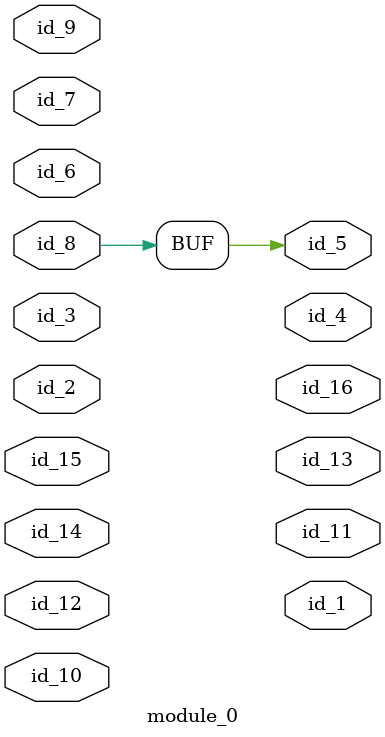
<source format=v>
module module_0 (
    id_1,
    id_2,
    id_3,
    id_4,
    id_5,
    id_6,
    id_7,
    id_8,
    id_9,
    id_10,
    id_11,
    id_12,
    id_13,
    id_14,
    id_15,
    id_16
);
  output id_16;
  input id_15;
  inout id_14;
  output id_13;
  inout id_12;
  output id_11;
  inout id_10;
  input id_9;
  input id_8;
  input id_7;
  inout id_6;
  output id_5;
  output id_4;
  inout id_3;
  inout id_2;
  output id_1;
  assign id_5 = id_8;
endmodule

</source>
